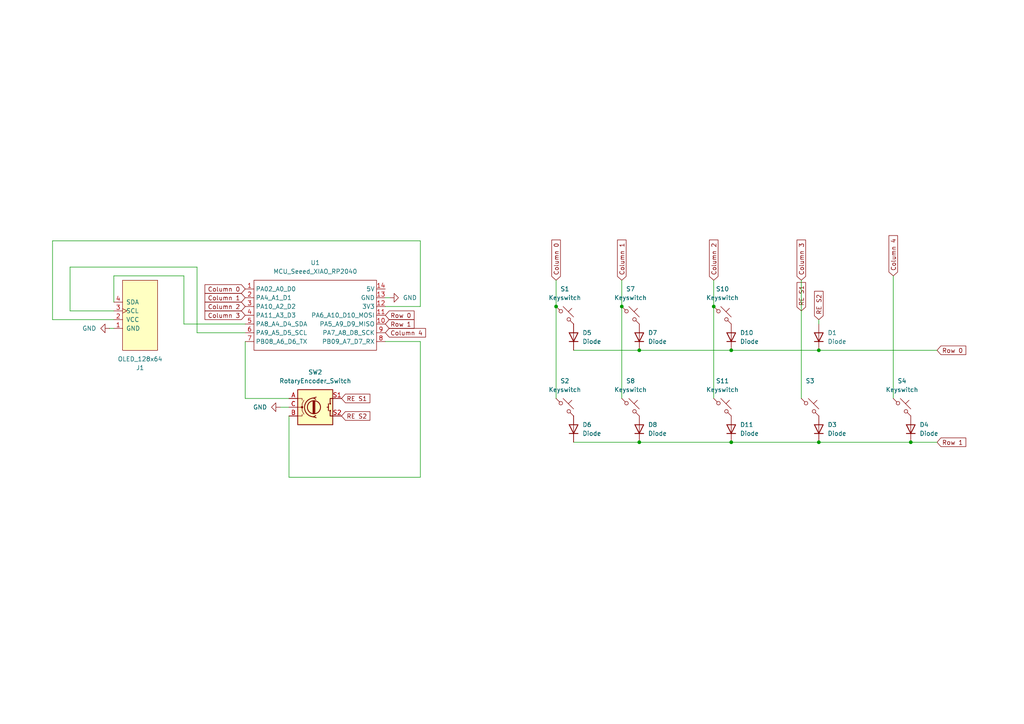
<source format=kicad_sch>
(kicad_sch
	(version 20231120)
	(generator "eeschema")
	(generator_version "8.0")
	(uuid "eace47a1-7039-4a98-868b-60d85a085085")
	(paper "A4")
	(lib_symbols
		(symbol "Device:RotaryEncoder_Switch"
			(pin_names
				(offset 0.254) hide)
			(exclude_from_sim no)
			(in_bom yes)
			(on_board yes)
			(property "Reference" "SW"
				(at 0 6.604 0)
				(effects
					(font
						(size 1.27 1.27)
					)
				)
			)
			(property "Value" "RotaryEncoder_Switch"
				(at 0 -6.604 0)
				(effects
					(font
						(size 1.27 1.27)
					)
				)
			)
			(property "Footprint" ""
				(at -3.81 4.064 0)
				(effects
					(font
						(size 1.27 1.27)
					)
					(hide yes)
				)
			)
			(property "Datasheet" "~"
				(at 0 6.604 0)
				(effects
					(font
						(size 1.27 1.27)
					)
					(hide yes)
				)
			)
			(property "Description" "Rotary encoder, dual channel, incremental quadrate outputs, with switch"
				(at 0 0 0)
				(effects
					(font
						(size 1.27 1.27)
					)
					(hide yes)
				)
			)
			(property "ki_keywords" "rotary switch encoder switch push button"
				(at 0 0 0)
				(effects
					(font
						(size 1.27 1.27)
					)
					(hide yes)
				)
			)
			(property "ki_fp_filters" "RotaryEncoder*Switch*"
				(at 0 0 0)
				(effects
					(font
						(size 1.27 1.27)
					)
					(hide yes)
				)
			)
			(symbol "RotaryEncoder_Switch_0_1"
				(rectangle
					(start -5.08 5.08)
					(end 5.08 -5.08)
					(stroke
						(width 0.254)
						(type default)
					)
					(fill
						(type background)
					)
				)
				(circle
					(center -3.81 0)
					(radius 0.254)
					(stroke
						(width 0)
						(type default)
					)
					(fill
						(type outline)
					)
				)
				(circle
					(center -0.381 0)
					(radius 1.905)
					(stroke
						(width 0.254)
						(type default)
					)
					(fill
						(type none)
					)
				)
				(arc
					(start -0.381 2.667)
					(mid -3.0988 -0.0635)
					(end -0.381 -2.794)
					(stroke
						(width 0.254)
						(type default)
					)
					(fill
						(type none)
					)
				)
				(polyline
					(pts
						(xy -0.635 -1.778) (xy -0.635 1.778)
					)
					(stroke
						(width 0.254)
						(type default)
					)
					(fill
						(type none)
					)
				)
				(polyline
					(pts
						(xy -0.381 -1.778) (xy -0.381 1.778)
					)
					(stroke
						(width 0.254)
						(type default)
					)
					(fill
						(type none)
					)
				)
				(polyline
					(pts
						(xy -0.127 1.778) (xy -0.127 -1.778)
					)
					(stroke
						(width 0.254)
						(type default)
					)
					(fill
						(type none)
					)
				)
				(polyline
					(pts
						(xy 3.81 0) (xy 3.429 0)
					)
					(stroke
						(width 0.254)
						(type default)
					)
					(fill
						(type none)
					)
				)
				(polyline
					(pts
						(xy 3.81 1.016) (xy 3.81 -1.016)
					)
					(stroke
						(width 0.254)
						(type default)
					)
					(fill
						(type none)
					)
				)
				(polyline
					(pts
						(xy -5.08 -2.54) (xy -3.81 -2.54) (xy -3.81 -2.032)
					)
					(stroke
						(width 0)
						(type default)
					)
					(fill
						(type none)
					)
				)
				(polyline
					(pts
						(xy -5.08 2.54) (xy -3.81 2.54) (xy -3.81 2.032)
					)
					(stroke
						(width 0)
						(type default)
					)
					(fill
						(type none)
					)
				)
				(polyline
					(pts
						(xy 0.254 -3.048) (xy -0.508 -2.794) (xy 0.127 -2.413)
					)
					(stroke
						(width 0.254)
						(type default)
					)
					(fill
						(type none)
					)
				)
				(polyline
					(pts
						(xy 0.254 2.921) (xy -0.508 2.667) (xy 0.127 2.286)
					)
					(stroke
						(width 0.254)
						(type default)
					)
					(fill
						(type none)
					)
				)
				(polyline
					(pts
						(xy 5.08 -2.54) (xy 4.318 -2.54) (xy 4.318 -1.016)
					)
					(stroke
						(width 0.254)
						(type default)
					)
					(fill
						(type none)
					)
				)
				(polyline
					(pts
						(xy 5.08 2.54) (xy 4.318 2.54) (xy 4.318 1.016)
					)
					(stroke
						(width 0.254)
						(type default)
					)
					(fill
						(type none)
					)
				)
				(polyline
					(pts
						(xy -5.08 0) (xy -3.81 0) (xy -3.81 -1.016) (xy -3.302 -2.032)
					)
					(stroke
						(width 0)
						(type default)
					)
					(fill
						(type none)
					)
				)
				(polyline
					(pts
						(xy -4.318 0) (xy -3.81 0) (xy -3.81 1.016) (xy -3.302 2.032)
					)
					(stroke
						(width 0)
						(type default)
					)
					(fill
						(type none)
					)
				)
				(circle
					(center 4.318 -1.016)
					(radius 0.127)
					(stroke
						(width 0.254)
						(type default)
					)
					(fill
						(type none)
					)
				)
				(circle
					(center 4.318 1.016)
					(radius 0.127)
					(stroke
						(width 0.254)
						(type default)
					)
					(fill
						(type none)
					)
				)
			)
			(symbol "RotaryEncoder_Switch_1_1"
				(pin passive line
					(at -7.62 2.54 0)
					(length 2.54)
					(name "A"
						(effects
							(font
								(size 1.27 1.27)
							)
						)
					)
					(number "A"
						(effects
							(font
								(size 1.27 1.27)
							)
						)
					)
				)
				(pin passive line
					(at -7.62 -2.54 0)
					(length 2.54)
					(name "B"
						(effects
							(font
								(size 1.27 1.27)
							)
						)
					)
					(number "B"
						(effects
							(font
								(size 1.27 1.27)
							)
						)
					)
				)
				(pin passive line
					(at -7.62 0 0)
					(length 2.54)
					(name "C"
						(effects
							(font
								(size 1.27 1.27)
							)
						)
					)
					(number "C"
						(effects
							(font
								(size 1.27 1.27)
							)
						)
					)
				)
				(pin passive line
					(at 7.62 2.54 180)
					(length 2.54)
					(name "S1"
						(effects
							(font
								(size 1.27 1.27)
							)
						)
					)
					(number "S1"
						(effects
							(font
								(size 1.27 1.27)
							)
						)
					)
				)
				(pin passive line
					(at 7.62 -2.54 180)
					(length 2.54)
					(name "S2"
						(effects
							(font
								(size 1.27 1.27)
							)
						)
					)
					(number "S2"
						(effects
							(font
								(size 1.27 1.27)
							)
						)
					)
				)
			)
		)
		(symbol "ScottoKeebs:MCU_Seeed_XIAO_RP2040"
			(exclude_from_sim no)
			(in_bom yes)
			(on_board yes)
			(property "Reference" "U"
				(at -16.51 11.43 0)
				(effects
					(font
						(size 1.27 1.27)
					)
				)
			)
			(property "Value" "MCU_Seeed_XIAO_RP2040"
				(at -3.81 -11.43 0)
				(effects
					(font
						(size 1.27 1.27)
					)
				)
			)
			(property "Footprint" ""
				(at -16.51 2.54 0)
				(effects
					(font
						(size 1.27 1.27)
					)
					(hide yes)
				)
			)
			(property "Datasheet" ""
				(at -16.51 2.54 0)
				(effects
					(font
						(size 1.27 1.27)
					)
					(hide yes)
				)
			)
			(property "Description" ""
				(at 0 0 0)
				(effects
					(font
						(size 1.27 1.27)
					)
					(hide yes)
				)
			)
			(symbol "MCU_Seeed_XIAO_RP2040_0_1"
				(rectangle
					(start -16.51 10.16)
					(end 19.05 -10.16)
					(stroke
						(width 0)
						(type default)
					)
					(fill
						(type none)
					)
				)
			)
			(symbol "MCU_Seeed_XIAO_RP2040_1_1"
				(pin passive line
					(at -19.05 7.62 0)
					(length 2.54)
					(name "PA02_A0_D0"
						(effects
							(font
								(size 1.27 1.27)
							)
						)
					)
					(number "1"
						(effects
							(font
								(size 1.27 1.27)
							)
						)
					)
				)
				(pin passive line
					(at 21.59 -2.54 180)
					(length 2.54)
					(name "PA5_A9_D9_MISO"
						(effects
							(font
								(size 1.27 1.27)
							)
						)
					)
					(number "10"
						(effects
							(font
								(size 1.27 1.27)
							)
						)
					)
				)
				(pin passive line
					(at 21.59 0 180)
					(length 2.54)
					(name "PA6_A10_D10_MOSI"
						(effects
							(font
								(size 1.27 1.27)
							)
						)
					)
					(number "11"
						(effects
							(font
								(size 1.27 1.27)
							)
						)
					)
				)
				(pin passive line
					(at 21.59 2.54 180)
					(length 2.54)
					(name "3V3"
						(effects
							(font
								(size 1.27 1.27)
							)
						)
					)
					(number "12"
						(effects
							(font
								(size 1.27 1.27)
							)
						)
					)
				)
				(pin passive line
					(at 21.59 5.08 180)
					(length 2.54)
					(name "GND"
						(effects
							(font
								(size 1.27 1.27)
							)
						)
					)
					(number "13"
						(effects
							(font
								(size 1.27 1.27)
							)
						)
					)
				)
				(pin passive line
					(at 21.59 7.62 180)
					(length 2.54)
					(name "5V"
						(effects
							(font
								(size 1.27 1.27)
							)
						)
					)
					(number "14"
						(effects
							(font
								(size 1.27 1.27)
							)
						)
					)
				)
				(pin passive line
					(at -19.05 5.08 0)
					(length 2.54)
					(name "PA4_A1_D1"
						(effects
							(font
								(size 1.27 1.27)
							)
						)
					)
					(number "2"
						(effects
							(font
								(size 1.27 1.27)
							)
						)
					)
				)
				(pin passive line
					(at -19.05 2.54 0)
					(length 2.54)
					(name "PA10_A2_D2"
						(effects
							(font
								(size 1.27 1.27)
							)
						)
					)
					(number "3"
						(effects
							(font
								(size 1.27 1.27)
							)
						)
					)
				)
				(pin passive line
					(at -19.05 0 0)
					(length 2.54)
					(name "PA11_A3_D3"
						(effects
							(font
								(size 1.27 1.27)
							)
						)
					)
					(number "4"
						(effects
							(font
								(size 1.27 1.27)
							)
						)
					)
				)
				(pin passive line
					(at -19.05 -2.54 0)
					(length 2.54)
					(name "PA8_A4_D4_SDA"
						(effects
							(font
								(size 1.27 1.27)
							)
						)
					)
					(number "5"
						(effects
							(font
								(size 1.27 1.27)
							)
						)
					)
				)
				(pin passive line
					(at -19.05 -5.08 0)
					(length 2.54)
					(name "PA9_A5_D5_SCL"
						(effects
							(font
								(size 1.27 1.27)
							)
						)
					)
					(number "6"
						(effects
							(font
								(size 1.27 1.27)
							)
						)
					)
				)
				(pin passive line
					(at -19.05 -7.62 0)
					(length 2.54)
					(name "PB08_A6_D6_TX"
						(effects
							(font
								(size 1.27 1.27)
							)
						)
					)
					(number "7"
						(effects
							(font
								(size 1.27 1.27)
							)
						)
					)
				)
				(pin passive line
					(at 21.59 -7.62 180)
					(length 2.54)
					(name "PB09_A7_D7_RX"
						(effects
							(font
								(size 1.27 1.27)
							)
						)
					)
					(number "8"
						(effects
							(font
								(size 1.27 1.27)
							)
						)
					)
				)
				(pin passive line
					(at 21.59 -5.08 180)
					(length 2.54)
					(name "PA7_A8_D8_SCK"
						(effects
							(font
								(size 1.27 1.27)
							)
						)
					)
					(number "9"
						(effects
							(font
								(size 1.27 1.27)
							)
						)
					)
				)
			)
		)
		(symbol "ScottoKeebs:OLED_128x64"
			(pin_names
				(offset 1.016)
			)
			(exclude_from_sim no)
			(in_bom yes)
			(on_board yes)
			(property "Reference" "J"
				(at 0 -11.43 0)
				(effects
					(font
						(size 1.27 1.27)
					)
				)
			)
			(property "Value" "OLED_128x64"
				(at 0 -7.62 0)
				(effects
					(font
						(size 1.27 1.27)
					)
				)
			)
			(property "Footprint" "ScottoKeebs_Components:OLED_128x64"
				(at 0 -13.97 0)
				(effects
					(font
						(size 1.27 1.27)
					)
					(hide yes)
				)
			)
			(property "Datasheet" ""
				(at 1.27 0 90)
				(effects
					(font
						(size 1.27 1.27)
					)
					(hide yes)
				)
			)
			(property "Description" ""
				(at 0 0 0)
				(effects
					(font
						(size 1.27 1.27)
					)
					(hide yes)
				)
			)
			(symbol "OLED_128x64_0_1"
				(rectangle
					(start 10.16 -10.16)
					(end -10.16 0)
					(stroke
						(width 0)
						(type default)
					)
					(fill
						(type background)
					)
				)
			)
			(symbol "OLED_128x64_1_1"
				(pin power_in line
					(at -3.81 2.54 270)
					(length 2.54)
					(name "GND"
						(effects
							(font
								(size 1.27 1.27)
							)
						)
					)
					(number "1"
						(effects
							(font
								(size 1.27 1.27)
							)
						)
					)
				)
				(pin power_in line
					(at -1.27 2.54 270)
					(length 2.54)
					(name "VCC"
						(effects
							(font
								(size 1.27 1.27)
							)
						)
					)
					(number "2"
						(effects
							(font
								(size 1.27 1.27)
							)
						)
					)
				)
				(pin input clock
					(at 1.27 2.54 270)
					(length 2.54)
					(name "SCL"
						(effects
							(font
								(size 1.27 1.27)
							)
						)
					)
					(number "3"
						(effects
							(font
								(size 1.27 1.27)
							)
						)
					)
				)
				(pin bidirectional line
					(at 3.81 2.54 270)
					(length 2.54)
					(name "SDA"
						(effects
							(font
								(size 1.27 1.27)
							)
						)
					)
					(number "4"
						(effects
							(font
								(size 1.27 1.27)
							)
						)
					)
				)
			)
		)
		(symbol "ScottoKeebs:Placeholder_Diode"
			(pin_numbers hide)
			(pin_names hide)
			(exclude_from_sim no)
			(in_bom yes)
			(on_board yes)
			(property "Reference" "D"
				(at 0 2.54 0)
				(effects
					(font
						(size 1.27 1.27)
					)
				)
			)
			(property "Value" "Diode"
				(at 0 -2.54 0)
				(effects
					(font
						(size 1.27 1.27)
					)
				)
			)
			(property "Footprint" ""
				(at 0 0 0)
				(effects
					(font
						(size 1.27 1.27)
					)
					(hide yes)
				)
			)
			(property "Datasheet" ""
				(at 0 0 0)
				(effects
					(font
						(size 1.27 1.27)
					)
					(hide yes)
				)
			)
			(property "Description" "1N4148 (DO-35) or 1N4148W (SOD-123)"
				(at 0 0 0)
				(effects
					(font
						(size 1.27 1.27)
					)
					(hide yes)
				)
			)
			(property "Sim.Device" "D"
				(at 0 0 0)
				(effects
					(font
						(size 1.27 1.27)
					)
					(hide yes)
				)
			)
			(property "Sim.Pins" "1=K 2=A"
				(at 0 0 0)
				(effects
					(font
						(size 1.27 1.27)
					)
					(hide yes)
				)
			)
			(property "ki_keywords" "diode"
				(at 0 0 0)
				(effects
					(font
						(size 1.27 1.27)
					)
					(hide yes)
				)
			)
			(property "ki_fp_filters" "D*DO?35*"
				(at 0 0 0)
				(effects
					(font
						(size 1.27 1.27)
					)
					(hide yes)
				)
			)
			(symbol "Placeholder_Diode_0_1"
				(polyline
					(pts
						(xy -1.27 1.27) (xy -1.27 -1.27)
					)
					(stroke
						(width 0.254)
						(type default)
					)
					(fill
						(type none)
					)
				)
				(polyline
					(pts
						(xy 1.27 0) (xy -1.27 0)
					)
					(stroke
						(width 0)
						(type default)
					)
					(fill
						(type none)
					)
				)
				(polyline
					(pts
						(xy 1.27 1.27) (xy 1.27 -1.27) (xy -1.27 0) (xy 1.27 1.27)
					)
					(stroke
						(width 0.254)
						(type default)
					)
					(fill
						(type none)
					)
				)
			)
			(symbol "Placeholder_Diode_1_1"
				(pin passive line
					(at -3.81 0 0)
					(length 2.54)
					(name "K"
						(effects
							(font
								(size 1.27 1.27)
							)
						)
					)
					(number "1"
						(effects
							(font
								(size 1.27 1.27)
							)
						)
					)
				)
				(pin passive line
					(at 3.81 0 180)
					(length 2.54)
					(name "A"
						(effects
							(font
								(size 1.27 1.27)
							)
						)
					)
					(number "2"
						(effects
							(font
								(size 1.27 1.27)
							)
						)
					)
				)
			)
		)
		(symbol "ScottoKeebs:Placeholder_Keyswitch"
			(pin_numbers hide)
			(pin_names
				(offset 1.016) hide)
			(exclude_from_sim no)
			(in_bom yes)
			(on_board yes)
			(property "Reference" "S"
				(at 3.048 1.016 0)
				(effects
					(font
						(size 1.27 1.27)
					)
					(justify left)
				)
			)
			(property "Value" "Keyswitch"
				(at 0 -3.81 0)
				(effects
					(font
						(size 1.27 1.27)
					)
				)
			)
			(property "Footprint" ""
				(at 0 0 0)
				(effects
					(font
						(size 1.27 1.27)
					)
					(hide yes)
				)
			)
			(property "Datasheet" "~"
				(at 0 0 0)
				(effects
					(font
						(size 1.27 1.27)
					)
					(hide yes)
				)
			)
			(property "Description" "Push button switch, normally open, two pins, 45° tilted"
				(at 0 0 0)
				(effects
					(font
						(size 1.27 1.27)
					)
					(hide yes)
				)
			)
			(property "ki_keywords" "switch normally-open pushbutton push-button"
				(at 0 0 0)
				(effects
					(font
						(size 1.27 1.27)
					)
					(hide yes)
				)
			)
			(symbol "Placeholder_Keyswitch_0_1"
				(circle
					(center -1.1684 1.1684)
					(radius 0.508)
					(stroke
						(width 0)
						(type default)
					)
					(fill
						(type none)
					)
				)
				(polyline
					(pts
						(xy -0.508 2.54) (xy 2.54 -0.508)
					)
					(stroke
						(width 0)
						(type default)
					)
					(fill
						(type none)
					)
				)
				(polyline
					(pts
						(xy 1.016 1.016) (xy 2.032 2.032)
					)
					(stroke
						(width 0)
						(type default)
					)
					(fill
						(type none)
					)
				)
				(polyline
					(pts
						(xy -2.54 2.54) (xy -1.524 1.524) (xy -1.524 1.524)
					)
					(stroke
						(width 0)
						(type default)
					)
					(fill
						(type none)
					)
				)
				(polyline
					(pts
						(xy 1.524 -1.524) (xy 2.54 -2.54) (xy 2.54 -2.54) (xy 2.54 -2.54)
					)
					(stroke
						(width 0)
						(type default)
					)
					(fill
						(type none)
					)
				)
				(circle
					(center 1.143 -1.1938)
					(radius 0.508)
					(stroke
						(width 0)
						(type default)
					)
					(fill
						(type none)
					)
				)
				(pin passive line
					(at -2.54 2.54 0)
					(length 0)
					(name "1"
						(effects
							(font
								(size 1.27 1.27)
							)
						)
					)
					(number "1"
						(effects
							(font
								(size 1.27 1.27)
							)
						)
					)
				)
				(pin passive line
					(at 2.54 -2.54 180)
					(length 0)
					(name "2"
						(effects
							(font
								(size 1.27 1.27)
							)
						)
					)
					(number "2"
						(effects
							(font
								(size 1.27 1.27)
							)
						)
					)
				)
			)
		)
		(symbol "power:GND"
			(power)
			(pin_numbers hide)
			(pin_names
				(offset 0) hide)
			(exclude_from_sim no)
			(in_bom yes)
			(on_board yes)
			(property "Reference" "#PWR"
				(at 0 -6.35 0)
				(effects
					(font
						(size 1.27 1.27)
					)
					(hide yes)
				)
			)
			(property "Value" "GND"
				(at 0 -3.81 0)
				(effects
					(font
						(size 1.27 1.27)
					)
				)
			)
			(property "Footprint" ""
				(at 0 0 0)
				(effects
					(font
						(size 1.27 1.27)
					)
					(hide yes)
				)
			)
			(property "Datasheet" ""
				(at 0 0 0)
				(effects
					(font
						(size 1.27 1.27)
					)
					(hide yes)
				)
			)
			(property "Description" "Power symbol creates a global label with name \"GND\" , ground"
				(at 0 0 0)
				(effects
					(font
						(size 1.27 1.27)
					)
					(hide yes)
				)
			)
			(property "ki_keywords" "global power"
				(at 0 0 0)
				(effects
					(font
						(size 1.27 1.27)
					)
					(hide yes)
				)
			)
			(symbol "GND_0_1"
				(polyline
					(pts
						(xy 0 0) (xy 0 -1.27) (xy 1.27 -1.27) (xy 0 -2.54) (xy -1.27 -1.27) (xy 0 -1.27)
					)
					(stroke
						(width 0)
						(type default)
					)
					(fill
						(type none)
					)
				)
			)
			(symbol "GND_1_1"
				(pin power_in line
					(at 0 0 270)
					(length 0)
					(name "~"
						(effects
							(font
								(size 1.27 1.27)
							)
						)
					)
					(number "1"
						(effects
							(font
								(size 1.27 1.27)
							)
						)
					)
				)
			)
		)
	)
	(junction
		(at 237.49 101.6)
		(diameter 0)
		(color 0 0 0 0)
		(uuid "10c44bea-51fb-4f9f-bc49-66928271bc7d")
	)
	(junction
		(at 185.42 101.6)
		(diameter 0)
		(color 0 0 0 0)
		(uuid "161b4c3e-d5b3-404d-980c-c474981b488d")
	)
	(junction
		(at 180.34 88.9)
		(diameter 0)
		(color 0 0 0 0)
		(uuid "32df9098-1850-4560-8779-173ee0e6e1f4")
	)
	(junction
		(at 161.29 88.9)
		(diameter 0)
		(color 0 0 0 0)
		(uuid "6ee0eb09-bedb-432a-93af-01429bcd9970")
	)
	(junction
		(at 212.09 128.27)
		(diameter 0)
		(color 0 0 0 0)
		(uuid "733dc1a9-8cf1-4fa5-912a-36319eca127e")
	)
	(junction
		(at 264.16 128.27)
		(diameter 0)
		(color 0 0 0 0)
		(uuid "adaa00ae-05c7-4aef-82ef-a08fb12b6ee5")
	)
	(junction
		(at 237.49 128.27)
		(diameter 0)
		(color 0 0 0 0)
		(uuid "bd531f13-b09f-4321-92f6-14389eec7886")
	)
	(junction
		(at 207.01 88.9)
		(diameter 0)
		(color 0 0 0 0)
		(uuid "c207725c-ff1c-4b91-948c-aade616e6d95")
	)
	(junction
		(at 212.09 101.6)
		(diameter 0)
		(color 0 0 0 0)
		(uuid "c5e4aced-df9b-4b21-a422-1842d08875c4")
	)
	(junction
		(at 185.42 128.27)
		(diameter 0)
		(color 0 0 0 0)
		(uuid "cb624827-c536-4d33-8d12-0db9c5bdc529")
	)
	(wire
		(pts
			(xy 161.29 88.9) (xy 161.29 115.57)
		)
		(stroke
			(width 0)
			(type default)
		)
		(uuid "0285b6e0-6aeb-48ed-b6d5-bd62a27f43f1")
	)
	(wire
		(pts
			(xy 237.49 92.71) (xy 237.49 93.98)
		)
		(stroke
			(width 0)
			(type default)
		)
		(uuid "08f74236-c203-4e09-a379-412c4d0dcb3b")
	)
	(wire
		(pts
			(xy 83.82 115.57) (xy 71.12 115.57)
		)
		(stroke
			(width 0)
			(type default)
		)
		(uuid "0cd142e0-ae68-445c-bd5d-d1a2b6b08f34")
	)
	(wire
		(pts
			(xy 237.49 128.27) (xy 264.16 128.27)
		)
		(stroke
			(width 0)
			(type default)
		)
		(uuid "0f6026d9-c6fc-4861-87eb-f5be37bf0f07")
	)
	(wire
		(pts
			(xy 31.75 95.25) (xy 33.02 95.25)
		)
		(stroke
			(width 0)
			(type default)
		)
		(uuid "16fdef3f-a197-43d8-96e3-d453a3fffd91")
	)
	(wire
		(pts
			(xy 121.92 138.43) (xy 121.92 99.06)
		)
		(stroke
			(width 0)
			(type default)
		)
		(uuid "18e2b4a5-fb8c-4012-a406-9d69ec59d014")
	)
	(wire
		(pts
			(xy 83.82 138.43) (xy 121.92 138.43)
		)
		(stroke
			(width 0)
			(type default)
		)
		(uuid "25ce2e01-44e9-4c77-b286-206f106a54be")
	)
	(wire
		(pts
			(xy 166.37 128.27) (xy 185.42 128.27)
		)
		(stroke
			(width 0)
			(type default)
		)
		(uuid "280adf64-400c-49f9-9669-1f281203bf10")
	)
	(wire
		(pts
			(xy 15.24 92.71) (xy 15.24 69.85)
		)
		(stroke
			(width 0)
			(type default)
		)
		(uuid "2d918bfd-c42b-480c-a4b8-7b0de4a2ea56")
	)
	(wire
		(pts
			(xy 259.08 80.01) (xy 259.08 115.57)
		)
		(stroke
			(width 0)
			(type default)
		)
		(uuid "377d7ea8-f8f5-4099-9647-2a890766348a")
	)
	(wire
		(pts
			(xy 83.82 120.65) (xy 83.82 138.43)
		)
		(stroke
			(width 0)
			(type default)
		)
		(uuid "3e2dc006-9faa-40a8-8ec0-128b495a1b55")
	)
	(wire
		(pts
			(xy 15.24 69.85) (xy 121.92 69.85)
		)
		(stroke
			(width 0)
			(type default)
		)
		(uuid "45ef7e61-87bb-4bb4-9247-c93557610edf")
	)
	(wire
		(pts
			(xy 207.01 88.9) (xy 207.01 115.57)
		)
		(stroke
			(width 0)
			(type default)
		)
		(uuid "46cf0164-391d-4f5f-aaf6-4f5daf070571")
	)
	(wire
		(pts
			(xy 15.24 92.71) (xy 33.02 92.71)
		)
		(stroke
			(width 0)
			(type default)
		)
		(uuid "4d086f69-970a-4679-9048-fba2ce2a25aa")
	)
	(wire
		(pts
			(xy 121.92 88.9) (xy 111.76 88.9)
		)
		(stroke
			(width 0)
			(type default)
		)
		(uuid "4daf0a00-9a52-4f3f-87c1-7f3fd581bef1")
	)
	(wire
		(pts
			(xy 212.09 101.6) (xy 237.49 101.6)
		)
		(stroke
			(width 0)
			(type default)
		)
		(uuid "5a2dd57f-ca14-4015-8d61-906d08197184")
	)
	(wire
		(pts
			(xy 121.92 69.85) (xy 121.92 88.9)
		)
		(stroke
			(width 0)
			(type default)
		)
		(uuid "6b357acb-e19e-4e1b-bb14-786a45f88478")
	)
	(wire
		(pts
			(xy 57.15 96.52) (xy 71.12 96.52)
		)
		(stroke
			(width 0)
			(type default)
		)
		(uuid "7954ff7e-9893-4626-8690-be1a2dadc3a6")
	)
	(wire
		(pts
			(xy 185.42 101.6) (xy 212.09 101.6)
		)
		(stroke
			(width 0)
			(type default)
		)
		(uuid "7c79bb20-b010-494c-9f98-d4855738c017")
	)
	(wire
		(pts
			(xy 33.02 80.01) (xy 53.34 80.01)
		)
		(stroke
			(width 0)
			(type default)
		)
		(uuid "86f23e54-b199-4b5c-94c0-ca1c048c0be3")
	)
	(wire
		(pts
			(xy 57.15 77.47) (xy 57.15 96.52)
		)
		(stroke
			(width 0)
			(type default)
		)
		(uuid "89cff6d7-e70a-46a9-8c8b-b55499787d89")
	)
	(wire
		(pts
			(xy 20.32 77.47) (xy 57.15 77.47)
		)
		(stroke
			(width 0)
			(type default)
		)
		(uuid "8a924376-0dd8-4363-8bc1-b39b8842c474")
	)
	(wire
		(pts
			(xy 161.29 81.28) (xy 161.29 88.9)
		)
		(stroke
			(width 0)
			(type default)
		)
		(uuid "8bd6ed77-3777-4958-83e4-60033eeb0a1c")
	)
	(wire
		(pts
			(xy 81.28 118.11) (xy 83.82 118.11)
		)
		(stroke
			(width 0)
			(type default)
		)
		(uuid "9da244ad-fe2a-4f5c-a023-3036d2b8234f")
	)
	(wire
		(pts
			(xy 232.41 81.28) (xy 232.41 115.57)
		)
		(stroke
			(width 0)
			(type default)
		)
		(uuid "a3a427a7-faa1-47d3-9f79-f0a14943a29a")
	)
	(wire
		(pts
			(xy 237.49 101.6) (xy 271.78 101.6)
		)
		(stroke
			(width 0)
			(type default)
		)
		(uuid "a43b14bf-7228-4e52-b183-ea9521500e6d")
	)
	(wire
		(pts
			(xy 111.76 86.36) (xy 113.03 86.36)
		)
		(stroke
			(width 0)
			(type default)
		)
		(uuid "a7353646-221a-4541-b5e7-28fe659b6c29")
	)
	(wire
		(pts
			(xy 121.92 99.06) (xy 111.76 99.06)
		)
		(stroke
			(width 0)
			(type default)
		)
		(uuid "ba1168cb-1bb5-474c-9bcf-ccb84d632b9b")
	)
	(wire
		(pts
			(xy 180.34 88.9) (xy 180.34 115.57)
		)
		(stroke
			(width 0)
			(type default)
		)
		(uuid "c3681fe3-99e9-42e2-a108-57390d263bda")
	)
	(wire
		(pts
			(xy 180.34 81.28) (xy 180.34 88.9)
		)
		(stroke
			(width 0)
			(type default)
		)
		(uuid "cfd26449-4b34-4478-959c-b121089f8cfd")
	)
	(wire
		(pts
			(xy 271.78 128.27) (xy 264.16 128.27)
		)
		(stroke
			(width 0)
			(type default)
		)
		(uuid "d357ca9d-81f8-419b-b15a-9e23611c3150")
	)
	(wire
		(pts
			(xy 166.37 101.6) (xy 185.42 101.6)
		)
		(stroke
			(width 0)
			(type default)
		)
		(uuid "d8d27888-b1a1-4cf4-aae9-93cfbb14fa16")
	)
	(wire
		(pts
			(xy 20.32 90.17) (xy 20.32 77.47)
		)
		(stroke
			(width 0)
			(type default)
		)
		(uuid "de2f7991-0685-4c09-ac96-49bb5a5603be")
	)
	(wire
		(pts
			(xy 185.42 128.27) (xy 212.09 128.27)
		)
		(stroke
			(width 0)
			(type default)
		)
		(uuid "e7133345-e273-46f9-bb8c-48dd0715bdd6")
	)
	(wire
		(pts
			(xy 53.34 93.98) (xy 71.12 93.98)
		)
		(stroke
			(width 0)
			(type default)
		)
		(uuid "e9d3cafd-b485-41d8-b93b-7d130200f884")
	)
	(wire
		(pts
			(xy 33.02 90.17) (xy 20.32 90.17)
		)
		(stroke
			(width 0)
			(type default)
		)
		(uuid "edc35ee7-370d-4fb9-afee-e738c23f17d0")
	)
	(wire
		(pts
			(xy 212.09 128.27) (xy 237.49 128.27)
		)
		(stroke
			(width 0)
			(type default)
		)
		(uuid "ee266481-7414-4375-9341-518d56797d43")
	)
	(wire
		(pts
			(xy 207.01 81.28) (xy 207.01 88.9)
		)
		(stroke
			(width 0)
			(type default)
		)
		(uuid "f3faed1d-84c1-4e78-aafe-82d76b999f52")
	)
	(wire
		(pts
			(xy 33.02 87.63) (xy 33.02 80.01)
		)
		(stroke
			(width 0)
			(type default)
		)
		(uuid "fa67d80f-d812-42f9-a8a9-5639fcd440ed")
	)
	(wire
		(pts
			(xy 71.12 99.06) (xy 71.12 115.57)
		)
		(stroke
			(width 0)
			(type default)
		)
		(uuid "fe16456c-01cf-4d80-b19e-24cb7e6f111d")
	)
	(wire
		(pts
			(xy 53.34 80.01) (xy 53.34 93.98)
		)
		(stroke
			(width 0)
			(type default)
		)
		(uuid "fef5143c-887c-4048-b794-8ef5dfbe6404")
	)
	(global_label "Row 0"
		(shape input)
		(at 111.76 91.44 0)
		(fields_autoplaced yes)
		(effects
			(font
				(size 1.27 1.27)
			)
			(justify left)
		)
		(uuid "3fb4988c-7bf7-4b75-9345-22c3cc7dc1a4")
		(property "Intersheetrefs" "${INTERSHEET_REFS}"
			(at 120.6718 91.44 0)
			(effects
				(font
					(size 1.27 1.27)
				)
				(justify left)
				(hide yes)
			)
		)
	)
	(global_label "Column 0"
		(shape input)
		(at 71.12 83.82 180)
		(fields_autoplaced yes)
		(effects
			(font
				(size 1.27 1.27)
			)
			(justify right)
		)
		(uuid "46fab848-86b1-4db9-8df0-71aa506e54d4")
		(property "Intersheetrefs" "${INTERSHEET_REFS}"
			(at 58.8822 83.82 0)
			(effects
				(font
					(size 1.27 1.27)
				)
				(justify right)
				(hide yes)
			)
		)
	)
	(global_label "RE S1"
		(shape input)
		(at 99.06 115.57 0)
		(fields_autoplaced yes)
		(effects
			(font
				(size 1.27 1.27)
			)
			(justify left)
		)
		(uuid "495f0c86-9b53-4c93-86c3-966e1e6ee1cd")
		(property "Intersheetrefs" "${INTERSHEET_REFS}"
			(at 107.8508 115.57 0)
			(effects
				(font
					(size 1.27 1.27)
				)
				(justify left)
				(hide yes)
			)
		)
	)
	(global_label "Column 3"
		(shape input)
		(at 71.12 91.44 180)
		(fields_autoplaced yes)
		(effects
			(font
				(size 1.27 1.27)
			)
			(justify right)
		)
		(uuid "4c031372-f910-4545-9439-fa65916dc0b6")
		(property "Intersheetrefs" "${INTERSHEET_REFS}"
			(at 58.8822 91.44 0)
			(effects
				(font
					(size 1.27 1.27)
				)
				(justify right)
				(hide yes)
			)
		)
	)
	(global_label "Column 3"
		(shape input)
		(at 232.41 81.28 90)
		(fields_autoplaced yes)
		(effects
			(font
				(size 1.27 1.27)
			)
			(justify left)
		)
		(uuid "590e6bea-da17-47bd-a1c0-ea027990ce6d")
		(property "Intersheetrefs" "${INTERSHEET_REFS}"
			(at 232.41 69.0422 90)
			(effects
				(font
					(size 1.27 1.27)
				)
				(justify left)
				(hide yes)
			)
		)
	)
	(global_label "Column 0"
		(shape input)
		(at 161.29 81.28 90)
		(fields_autoplaced yes)
		(effects
			(font
				(size 1.27 1.27)
			)
			(justify left)
		)
		(uuid "593466a7-a14f-4cf9-9e13-d83dfc43b1db")
		(property "Intersheetrefs" "${INTERSHEET_REFS}"
			(at 161.29 69.0422 90)
			(effects
				(font
					(size 1.27 1.27)
				)
				(justify left)
				(hide yes)
			)
		)
	)
	(global_label "RE S2"
		(shape input)
		(at 237.49 92.71 90)
		(fields_autoplaced yes)
		(effects
			(font
				(size 1.27 1.27)
			)
			(justify left)
		)
		(uuid "5bc308e4-655f-4402-bc5b-b43d4edbb713")
		(property "Intersheetrefs" "${INTERSHEET_REFS}"
			(at 237.49 83.9192 90)
			(effects
				(font
					(size 1.27 1.27)
				)
				(justify left)
				(hide yes)
			)
		)
	)
	(global_label "RE S2"
		(shape input)
		(at 99.06 120.65 0)
		(fields_autoplaced yes)
		(effects
			(font
				(size 1.27 1.27)
			)
			(justify left)
		)
		(uuid "5dff5332-26fa-4b89-90db-004113416329")
		(property "Intersheetrefs" "${INTERSHEET_REFS}"
			(at 107.8508 120.65 0)
			(effects
				(font
					(size 1.27 1.27)
				)
				(justify left)
				(hide yes)
			)
		)
	)
	(global_label "Row 1"
		(shape input)
		(at 111.76 93.98 0)
		(fields_autoplaced yes)
		(effects
			(font
				(size 1.27 1.27)
			)
			(justify left)
		)
		(uuid "9bc424c3-55ea-4d49-8a2f-f602490a02de")
		(property "Intersheetrefs" "${INTERSHEET_REFS}"
			(at 120.6718 93.98 0)
			(effects
				(font
					(size 1.27 1.27)
				)
				(justify left)
				(hide yes)
			)
		)
	)
	(global_label "Column 4"
		(shape input)
		(at 259.08 80.01 90)
		(fields_autoplaced yes)
		(effects
			(font
				(size 1.27 1.27)
			)
			(justify left)
		)
		(uuid "a1530423-6298-4093-be4d-7d6d5e72bc1a")
		(property "Intersheetrefs" "${INTERSHEET_REFS}"
			(at 259.08 67.7722 90)
			(effects
				(font
					(size 1.27 1.27)
				)
				(justify left)
				(hide yes)
			)
		)
	)
	(global_label "Column 2"
		(shape input)
		(at 207.01 81.28 90)
		(fields_autoplaced yes)
		(effects
			(font
				(size 1.27 1.27)
			)
			(justify left)
		)
		(uuid "b13df5e4-f91c-4661-b8e3-25c04c1afeef")
		(property "Intersheetrefs" "${INTERSHEET_REFS}"
			(at 207.01 69.0422 90)
			(effects
				(font
					(size 1.27 1.27)
				)
				(justify left)
				(hide yes)
			)
		)
	)
	(global_label "Column 2"
		(shape input)
		(at 71.12 88.9 180)
		(fields_autoplaced yes)
		(effects
			(font
				(size 1.27 1.27)
			)
			(justify right)
		)
		(uuid "b82c9c9c-f3df-4073-a3af-ab2043ff5e3b")
		(property "Intersheetrefs" "${INTERSHEET_REFS}"
			(at 58.8822 88.9 0)
			(effects
				(font
					(size 1.27 1.27)
				)
				(justify right)
				(hide yes)
			)
		)
	)
	(global_label "Column 1"
		(shape input)
		(at 180.34 81.28 90)
		(fields_autoplaced yes)
		(effects
			(font
				(size 1.27 1.27)
			)
			(justify left)
		)
		(uuid "cb531905-576b-45c0-b529-607faed6d369")
		(property "Intersheetrefs" "${INTERSHEET_REFS}"
			(at 180.34 69.0422 90)
			(effects
				(font
					(size 1.27 1.27)
				)
				(justify left)
				(hide yes)
			)
		)
	)
	(global_label "RE S1"
		(shape input)
		(at 232.41 90.17 90)
		(fields_autoplaced yes)
		(effects
			(font
				(size 1.27 1.27)
			)
			(justify left)
		)
		(uuid "d1d6bf33-92ea-4c26-b036-6a9221549c20")
		(property "Intersheetrefs" "${INTERSHEET_REFS}"
			(at 232.41 81.3792 90)
			(effects
				(font
					(size 1.27 1.27)
				)
				(justify left)
				(hide yes)
			)
		)
	)
	(global_label "Row 0"
		(shape input)
		(at 271.78 101.6 0)
		(fields_autoplaced yes)
		(effects
			(font
				(size 1.27 1.27)
			)
			(justify left)
		)
		(uuid "dd3d6b4b-d2b0-49c5-b597-d510eb54c0df")
		(property "Intersheetrefs" "${INTERSHEET_REFS}"
			(at 280.6918 101.6 0)
			(effects
				(font
					(size 1.27 1.27)
				)
				(justify left)
				(hide yes)
			)
		)
	)
	(global_label "Row 1"
		(shape input)
		(at 271.78 128.27 0)
		(fields_autoplaced yes)
		(effects
			(font
				(size 1.27 1.27)
			)
			(justify left)
		)
		(uuid "f90d393d-4816-43ae-a660-3b81dcd333f0")
		(property "Intersheetrefs" "${INTERSHEET_REFS}"
			(at 280.6918 128.27 0)
			(effects
				(font
					(size 1.27 1.27)
				)
				(justify left)
				(hide yes)
			)
		)
	)
	(global_label "Column 4"
		(shape input)
		(at 111.76 96.52 0)
		(fields_autoplaced yes)
		(effects
			(font
				(size 1.27 1.27)
			)
			(justify left)
		)
		(uuid "fcfb767f-7e36-4a7a-b58a-9d0135da44c2")
		(property "Intersheetrefs" "${INTERSHEET_REFS}"
			(at 123.9978 96.52 0)
			(effects
				(font
					(size 1.27 1.27)
				)
				(justify left)
				(hide yes)
			)
		)
	)
	(global_label "Column 1"
		(shape input)
		(at 71.12 86.36 180)
		(fields_autoplaced yes)
		(effects
			(font
				(size 1.27 1.27)
			)
			(justify right)
		)
		(uuid "ffc48bba-c719-4304-b16b-4665d6fdf5c2")
		(property "Intersheetrefs" "${INTERSHEET_REFS}"
			(at 58.8822 86.36 0)
			(effects
				(font
					(size 1.27 1.27)
				)
				(justify right)
				(hide yes)
			)
		)
	)
	(symbol
		(lib_id "ScottoKeebs:Placeholder_Keyswitch")
		(at 163.83 91.44 0)
		(unit 1)
		(exclude_from_sim no)
		(in_bom yes)
		(on_board yes)
		(dnp no)
		(fields_autoplaced yes)
		(uuid "0ae5a6d8-869c-410c-b2f3-4eacb5185192")
		(property "Reference" "S1"
			(at 163.83 83.82 0)
			(effects
				(font
					(size 1.27 1.27)
				)
			)
		)
		(property "Value" "Keyswitch"
			(at 163.83 86.36 0)
			(effects
				(font
					(size 1.27 1.27)
				)
			)
		)
		(property "Footprint" "ScottoKeebs_MX:MX_PCB_1.00u"
			(at 163.83 91.44 0)
			(effects
				(font
					(size 1.27 1.27)
				)
				(hide yes)
			)
		)
		(property "Datasheet" "~"
			(at 163.83 91.44 0)
			(effects
				(font
					(size 1.27 1.27)
				)
				(hide yes)
			)
		)
		(property "Description" "Push button switch, normally open, two pins, 45° tilted"
			(at 163.83 91.44 0)
			(effects
				(font
					(size 1.27 1.27)
				)
				(hide yes)
			)
		)
		(pin "1"
			(uuid "fca83484-f442-431e-8d97-5c14d2c5c395")
		)
		(pin "2"
			(uuid "a145fbd0-ae41-4724-b208-40ccfd48abff")
		)
		(instances
			(project "1"
				(path "/eace47a1-7039-4a98-868b-60d85a085085"
					(reference "S1")
					(unit 1)
				)
			)
		)
	)
	(symbol
		(lib_id "ScottoKeebs:Placeholder_Diode")
		(at 264.16 124.46 90)
		(unit 1)
		(exclude_from_sim no)
		(in_bom yes)
		(on_board yes)
		(dnp no)
		(fields_autoplaced yes)
		(uuid "0bbacdc4-c203-44be-b253-a06f98d6659a")
		(property "Reference" "D4"
			(at 266.7 123.1899 90)
			(effects
				(font
					(size 1.27 1.27)
				)
				(justify right)
			)
		)
		(property "Value" "Diode"
			(at 266.7 125.7299 90)
			(effects
				(font
					(size 1.27 1.27)
				)
				(justify right)
			)
		)
		(property "Footprint" "ScottoKeebs_Components:Diode_DO-35"
			(at 264.16 124.46 0)
			(effects
				(font
					(size 1.27 1.27)
				)
				(hide yes)
			)
		)
		(property "Datasheet" ""
			(at 264.16 124.46 0)
			(effects
				(font
					(size 1.27 1.27)
				)
				(hide yes)
			)
		)
		(property "Description" "1N4148 (DO-35) or 1N4148W (SOD-123)"
			(at 264.16 124.46 0)
			(effects
				(font
					(size 1.27 1.27)
				)
				(hide yes)
			)
		)
		(property "Sim.Device" "D"
			(at 264.16 124.46 0)
			(effects
				(font
					(size 1.27 1.27)
				)
				(hide yes)
			)
		)
		(property "Sim.Pins" "1=K 2=A"
			(at 264.16 124.46 0)
			(effects
				(font
					(size 1.27 1.27)
				)
				(hide yes)
			)
		)
		(pin "1"
			(uuid "d03e1546-8f94-4bb3-bedd-6a5b815da47e")
		)
		(pin "2"
			(uuid "60bbe955-79ac-4006-9b7f-822eb5756ef0")
		)
		(instances
			(project ""
				(path "/eace47a1-7039-4a98-868b-60d85a085085"
					(reference "D4")
					(unit 1)
				)
			)
		)
	)
	(symbol
		(lib_id "ScottoKeebs:Placeholder_Keyswitch")
		(at 261.62 118.11 0)
		(unit 1)
		(exclude_from_sim no)
		(in_bom yes)
		(on_board yes)
		(dnp no)
		(fields_autoplaced yes)
		(uuid "15e19721-090e-4e2a-b02b-155c8d06c051")
		(property "Reference" "S4"
			(at 261.62 110.49 0)
			(effects
				(font
					(size 1.27 1.27)
				)
			)
		)
		(property "Value" "Keyswitch"
			(at 261.62 113.03 0)
			(effects
				(font
					(size 1.27 1.27)
				)
			)
		)
		(property "Footprint" "ScottoKeebs_MX:MX_PCB_1.00u"
			(at 261.62 118.11 0)
			(effects
				(font
					(size 1.27 1.27)
				)
				(hide yes)
			)
		)
		(property "Datasheet" "~"
			(at 261.62 118.11 0)
			(effects
				(font
					(size 1.27 1.27)
				)
				(hide yes)
			)
		)
		(property "Description" "Push button switch, normally open, two pins, 45° tilted"
			(at 261.62 118.11 0)
			(effects
				(font
					(size 1.27 1.27)
				)
				(hide yes)
			)
		)
		(pin "1"
			(uuid "ec99de24-8eac-4f34-ae9a-d5102e266054")
		)
		(pin "2"
			(uuid "7a6d542f-e4ca-4243-8803-8ce28c8e522d")
		)
		(instances
			(project ""
				(path "/eace47a1-7039-4a98-868b-60d85a085085"
					(reference "S4")
					(unit 1)
				)
			)
		)
	)
	(symbol
		(lib_id "power:GND")
		(at 81.28 118.11 270)
		(unit 1)
		(exclude_from_sim no)
		(in_bom yes)
		(on_board yes)
		(dnp no)
		(fields_autoplaced yes)
		(uuid "3c8cbbf1-b0b3-4514-a46f-807796b569f0")
		(property "Reference" "#PWR01"
			(at 74.93 118.11 0)
			(effects
				(font
					(size 1.27 1.27)
				)
				(hide yes)
			)
		)
		(property "Value" "GND"
			(at 77.47 118.1099 90)
			(effects
				(font
					(size 1.27 1.27)
				)
				(justify right)
			)
		)
		(property "Footprint" ""
			(at 81.28 118.11 0)
			(effects
				(font
					(size 1.27 1.27)
				)
				(hide yes)
			)
		)
		(property "Datasheet" ""
			(at 81.28 118.11 0)
			(effects
				(font
					(size 1.27 1.27)
				)
				(hide yes)
			)
		)
		(property "Description" "Power symbol creates a global label with name \"GND\" , ground"
			(at 81.28 118.11 0)
			(effects
				(font
					(size 1.27 1.27)
				)
				(hide yes)
			)
		)
		(pin "1"
			(uuid "e6746437-dce1-41d7-8adf-eee2e2c25c95")
		)
		(instances
			(project ""
				(path "/eace47a1-7039-4a98-868b-60d85a085085"
					(reference "#PWR01")
					(unit 1)
				)
			)
		)
	)
	(symbol
		(lib_id "ScottoKeebs:Placeholder_Diode")
		(at 237.49 124.46 90)
		(unit 1)
		(exclude_from_sim no)
		(in_bom yes)
		(on_board yes)
		(dnp no)
		(fields_autoplaced yes)
		(uuid "3dbd0fcf-1056-41c7-a338-0446217ad2c8")
		(property "Reference" "D3"
			(at 240.03 123.1899 90)
			(effects
				(font
					(size 1.27 1.27)
				)
				(justify right)
			)
		)
		(property "Value" "Diode"
			(at 240.03 125.7299 90)
			(effects
				(font
					(size 1.27 1.27)
				)
				(justify right)
			)
		)
		(property "Footprint" "ScottoKeebs_Components:Diode_DO-35"
			(at 237.49 124.46 0)
			(effects
				(font
					(size 1.27 1.27)
				)
				(hide yes)
			)
		)
		(property "Datasheet" ""
			(at 237.49 124.46 0)
			(effects
				(font
					(size 1.27 1.27)
				)
				(hide yes)
			)
		)
		(property "Description" "1N4148 (DO-35) or 1N4148W (SOD-123)"
			(at 237.49 124.46 0)
			(effects
				(font
					(size 1.27 1.27)
				)
				(hide yes)
			)
		)
		(property "Sim.Device" "D"
			(at 237.49 124.46 0)
			(effects
				(font
					(size 1.27 1.27)
				)
				(hide yes)
			)
		)
		(property "Sim.Pins" "1=K 2=A"
			(at 237.49 124.46 0)
			(effects
				(font
					(size 1.27 1.27)
				)
				(hide yes)
			)
		)
		(pin "1"
			(uuid "5412ffd4-502f-4050-b8bf-046fd60fa68b")
		)
		(pin "2"
			(uuid "a1b6ae0a-236e-4786-9ff7-58de10176dd2")
		)
		(instances
			(project ""
				(path "/eace47a1-7039-4a98-868b-60d85a085085"
					(reference "D3")
					(unit 1)
				)
			)
		)
	)
	(symbol
		(lib_id "power:GND")
		(at 31.75 95.25 270)
		(unit 1)
		(exclude_from_sim no)
		(in_bom yes)
		(on_board yes)
		(dnp no)
		(fields_autoplaced yes)
		(uuid "451b374c-97d3-43f1-b115-8754ec6f2e41")
		(property "Reference" "#PWR04"
			(at 25.4 95.25 0)
			(effects
				(font
					(size 1.27 1.27)
				)
				(hide yes)
			)
		)
		(property "Value" "GND"
			(at 27.94 95.2501 90)
			(effects
				(font
					(size 1.27 1.27)
				)
				(justify right)
			)
		)
		(property "Footprint" ""
			(at 31.75 95.25 0)
			(effects
				(font
					(size 1.27 1.27)
				)
				(hide yes)
			)
		)
		(property "Datasheet" ""
			(at 31.75 95.25 0)
			(effects
				(font
					(size 1.27 1.27)
				)
				(hide yes)
			)
		)
		(property "Description" "Power symbol creates a global label with name \"GND\" , ground"
			(at 31.75 95.25 0)
			(effects
				(font
					(size 1.27 1.27)
				)
				(hide yes)
			)
		)
		(pin "1"
			(uuid "4ea8e132-7be8-4de9-86e8-575cbdf9dbe0")
		)
		(instances
			(project "1"
				(path "/eace47a1-7039-4a98-868b-60d85a085085"
					(reference "#PWR04")
					(unit 1)
				)
			)
		)
	)
	(symbol
		(lib_id "ScottoKeebs:Placeholder_Keyswitch")
		(at 209.55 91.44 0)
		(unit 1)
		(exclude_from_sim no)
		(in_bom yes)
		(on_board yes)
		(dnp no)
		(fields_autoplaced yes)
		(uuid "48d48137-c681-4fd0-9fef-5024c67b97fd")
		(property "Reference" "S10"
			(at 209.55 83.82 0)
			(effects
				(font
					(size 1.27 1.27)
				)
			)
		)
		(property "Value" "Keyswitch"
			(at 209.55 86.36 0)
			(effects
				(font
					(size 1.27 1.27)
				)
			)
		)
		(property "Footprint" "ScottoKeebs_MX:MX_PCB_1.00u"
			(at 209.55 91.44 0)
			(effects
				(font
					(size 1.27 1.27)
				)
				(hide yes)
			)
		)
		(property "Datasheet" "~"
			(at 209.55 91.44 0)
			(effects
				(font
					(size 1.27 1.27)
				)
				(hide yes)
			)
		)
		(property "Description" "Push button switch, normally open, two pins, 45° tilted"
			(at 209.55 91.44 0)
			(effects
				(font
					(size 1.27 1.27)
				)
				(hide yes)
			)
		)
		(pin "1"
			(uuid "aaabecbe-b0f9-49c7-94d1-e39d98d524f0")
		)
		(pin "2"
			(uuid "2e12f7e7-b148-41eb-a12a-94d504c88acc")
		)
		(instances
			(project "1"
				(path "/eace47a1-7039-4a98-868b-60d85a085085"
					(reference "S10")
					(unit 1)
				)
			)
		)
	)
	(symbol
		(lib_id "Device:RotaryEncoder_Switch")
		(at 91.44 118.11 0)
		(unit 1)
		(exclude_from_sim no)
		(in_bom yes)
		(on_board yes)
		(dnp no)
		(fields_autoplaced yes)
		(uuid "5245bab6-917e-458e-89d6-ae47869809fc")
		(property "Reference" "SW2"
			(at 91.44 107.95 0)
			(effects
				(font
					(size 1.27 1.27)
				)
			)
		)
		(property "Value" "RotaryEncoder_Switch"
			(at 91.44 110.49 0)
			(effects
				(font
					(size 1.27 1.27)
				)
			)
		)
		(property "Footprint" "ScottoKeebs_Scotto:Encoder_EC11_MX"
			(at 87.63 114.046 0)
			(effects
				(font
					(size 1.27 1.27)
				)
				(hide yes)
			)
		)
		(property "Datasheet" "~"
			(at 91.44 111.506 0)
			(effects
				(font
					(size 1.27 1.27)
				)
				(hide yes)
			)
		)
		(property "Description" "Rotary encoder, dual channel, incremental quadrate outputs, with switch"
			(at 91.44 118.11 0)
			(effects
				(font
					(size 1.27 1.27)
				)
				(hide yes)
			)
		)
		(pin "B"
			(uuid "ab3e6ad6-413e-40a3-9868-cb6c68ac9fca")
		)
		(pin "A"
			(uuid "618fca1c-833d-4783-ba0c-536f7581a88d")
		)
		(pin "S1"
			(uuid "c0ceeef2-5647-414c-827a-d055d610cf84")
		)
		(pin "C"
			(uuid "6abbe929-aabc-4565-8465-1d9dadfa5b63")
		)
		(pin "S2"
			(uuid "8941143d-131f-479c-a513-61620faeaf18")
		)
		(instances
			(project ""
				(path "/eace47a1-7039-4a98-868b-60d85a085085"
					(reference "SW2")
					(unit 1)
				)
			)
		)
	)
	(symbol
		(lib_id "ScottoKeebs:OLED_128x64")
		(at 35.56 91.44 90)
		(unit 1)
		(exclude_from_sim no)
		(in_bom yes)
		(on_board yes)
		(dnp no)
		(fields_autoplaced yes)
		(uuid "5e696568-d59c-4242-8f97-45e69df08332")
		(property "Reference" "J1"
			(at 40.64 106.68 90)
			(effects
				(font
					(size 1.27 1.27)
				)
			)
		)
		(property "Value" "OLED_128x64"
			(at 40.64 104.14 90)
			(effects
				(font
					(size 1.27 1.27)
				)
			)
		)
		(property "Footprint" "ScottoKeebs_Components:OLED_128x64"
			(at 49.53 91.44 0)
			(effects
				(font
					(size 1.27 1.27)
				)
				(hide yes)
			)
		)
		(property "Datasheet" ""
			(at 35.56 90.17 90)
			(effects
				(font
					(size 1.27 1.27)
				)
				(hide yes)
			)
		)
		(property "Description" ""
			(at 35.56 91.44 0)
			(effects
				(font
					(size 1.27 1.27)
				)
				(hide yes)
			)
		)
		(pin "4"
			(uuid "97b61632-2849-40c7-841c-68675c438b38")
		)
		(pin "3"
			(uuid "3394084a-764c-446f-af1b-5421a48e6ee3")
		)
		(pin "2"
			(uuid "69ebe4be-f9ed-42dc-985c-41470172f32a")
		)
		(pin "1"
			(uuid "bfd3c30c-073b-49cd-bb52-88cdf872bc92")
		)
		(instances
			(project ""
				(path "/eace47a1-7039-4a98-868b-60d85a085085"
					(reference "J1")
					(unit 1)
				)
			)
		)
	)
	(symbol
		(lib_id "ScottoKeebs:Placeholder_Keyswitch")
		(at 182.88 118.11 0)
		(unit 1)
		(exclude_from_sim no)
		(in_bom yes)
		(on_board yes)
		(dnp no)
		(fields_autoplaced yes)
		(uuid "77eb9e08-206a-4fd4-881c-04b0c9edfe57")
		(property "Reference" "S8"
			(at 182.88 110.49 0)
			(effects
				(font
					(size 1.27 1.27)
				)
			)
		)
		(property "Value" "Keyswitch"
			(at 182.88 113.03 0)
			(effects
				(font
					(size 1.27 1.27)
				)
			)
		)
		(property "Footprint" "ScottoKeebs_MX:MX_PCB_1.00u"
			(at 182.88 118.11 0)
			(effects
				(font
					(size 1.27 1.27)
				)
				(hide yes)
			)
		)
		(property "Datasheet" "~"
			(at 182.88 118.11 0)
			(effects
				(font
					(size 1.27 1.27)
				)
				(hide yes)
			)
		)
		(property "Description" "Push button switch, normally open, two pins, 45° tilted"
			(at 182.88 118.11 0)
			(effects
				(font
					(size 1.27 1.27)
				)
				(hide yes)
			)
		)
		(pin "1"
			(uuid "6dbdb1dd-e32f-4b3e-8c60-1b52d9c7c9eb")
		)
		(pin "2"
			(uuid "4af34570-d4a6-4bd8-98ea-25d44b67efd2")
		)
		(instances
			(project "1"
				(path "/eace47a1-7039-4a98-868b-60d85a085085"
					(reference "S8")
					(unit 1)
				)
			)
		)
	)
	(symbol
		(lib_id "ScottoKeebs:Placeholder_Diode")
		(at 237.49 97.79 90)
		(unit 1)
		(exclude_from_sim no)
		(in_bom yes)
		(on_board yes)
		(dnp no)
		(fields_autoplaced yes)
		(uuid "7b075560-95c9-42c9-9626-947b26a0beea")
		(property "Reference" "D1"
			(at 240.03 96.5199 90)
			(effects
				(font
					(size 1.27 1.27)
				)
				(justify right)
			)
		)
		(property "Value" "Diode"
			(at 240.03 99.0599 90)
			(effects
				(font
					(size 1.27 1.27)
				)
				(justify right)
			)
		)
		(property "Footprint" "ScottoKeebs_Components:Diode_DO-35"
			(at 237.49 97.79 0)
			(effects
				(font
					(size 1.27 1.27)
				)
				(hide yes)
			)
		)
		(property "Datasheet" ""
			(at 237.49 97.79 0)
			(effects
				(font
					(size 1.27 1.27)
				)
				(hide yes)
			)
		)
		(property "Description" "1N4148 (DO-35) or 1N4148W (SOD-123)"
			(at 237.49 97.79 0)
			(effects
				(font
					(size 1.27 1.27)
				)
				(hide yes)
			)
		)
		(property "Sim.Device" "D"
			(at 237.49 97.79 0)
			(effects
				(font
					(size 1.27 1.27)
				)
				(hide yes)
			)
		)
		(property "Sim.Pins" "1=K 2=A"
			(at 237.49 97.79 0)
			(effects
				(font
					(size 1.27 1.27)
				)
				(hide yes)
			)
		)
		(pin "1"
			(uuid "ac754dc9-6bb0-4e7b-81d7-bfd147bbf474")
		)
		(pin "2"
			(uuid "83aa8b3d-2bf9-4908-bfb3-c24828377983")
		)
		(instances
			(project ""
				(path "/eace47a1-7039-4a98-868b-60d85a085085"
					(reference "D1")
					(unit 1)
				)
			)
		)
	)
	(symbol
		(lib_id "ScottoKeebs:MCU_Seeed_XIAO_RP2040")
		(at 90.17 91.44 0)
		(unit 1)
		(exclude_from_sim no)
		(in_bom yes)
		(on_board yes)
		(dnp no)
		(fields_autoplaced yes)
		(uuid "8dfabcf4-0938-4fe9-8eb1-16c46865be91")
		(property "Reference" "U1"
			(at 91.44 76.2 0)
			(effects
				(font
					(size 1.27 1.27)
				)
			)
		)
		(property "Value" "MCU_Seeed_XIAO_RP2040"
			(at 91.44 78.74 0)
			(effects
				(font
					(size 1.27 1.27)
				)
			)
		)
		(property "Footprint" "Seeed Studio XIAO Series Library:XIAO-RP2040-DIP"
			(at 73.66 88.9 0)
			(effects
				(font
					(size 1.27 1.27)
				)
				(hide yes)
			)
		)
		(property "Datasheet" ""
			(at 73.66 88.9 0)
			(effects
				(font
					(size 1.27 1.27)
				)
				(hide yes)
			)
		)
		(property "Description" ""
			(at 90.17 91.44 0)
			(effects
				(font
					(size 1.27 1.27)
				)
				(hide yes)
			)
		)
		(pin "8"
			(uuid "5f534060-7f59-4156-b3bd-f702a215bf8a")
		)
		(pin "9"
			(uuid "11bb923d-6301-48c2-af33-1b09da857f30")
		)
		(pin "13"
			(uuid "69e56256-ddc6-410d-bb11-b682f69fc177")
		)
		(pin "11"
			(uuid "a26f36f3-091b-4a20-b625-3e1283202000")
		)
		(pin "1"
			(uuid "42058197-9218-430f-b892-40684dfc75a7")
		)
		(pin "14"
			(uuid "4e1a3387-aa9e-4b5d-8c7e-1b1ace8b4ae0")
		)
		(pin "2"
			(uuid "d391809a-6083-4705-8e9a-bb201d5e86f8")
		)
		(pin "3"
			(uuid "a74cbe22-c1a0-4185-b8cf-8ceba8c723c2")
		)
		(pin "4"
			(uuid "02496489-f78c-4ac3-8731-068747a28992")
		)
		(pin "5"
			(uuid "7d0d00bb-010f-45f3-aef7-267e2a2f9d19")
		)
		(pin "6"
			(uuid "d747a07e-9e23-482f-848f-11ad84aa8a07")
		)
		(pin "7"
			(uuid "5f15f99d-486c-4978-b6a4-054829eb531e")
		)
		(pin "10"
			(uuid "10d9d0bb-4e02-49bd-82cd-b4e2baadafbd")
		)
		(pin "12"
			(uuid "9278c8ca-4d4e-4641-93c8-e3c23c25c28b")
		)
		(instances
			(project ""
				(path "/eace47a1-7039-4a98-868b-60d85a085085"
					(reference "U1")
					(unit 1)
				)
			)
		)
	)
	(symbol
		(lib_id "ScottoKeebs:Placeholder_Diode")
		(at 166.37 97.79 90)
		(unit 1)
		(exclude_from_sim no)
		(in_bom yes)
		(on_board yes)
		(dnp no)
		(fields_autoplaced yes)
		(uuid "93500d12-3b9c-4d51-bd9f-59a4935c8a69")
		(property "Reference" "D5"
			(at 168.91 96.5199 90)
			(effects
				(font
					(size 1.27 1.27)
				)
				(justify right)
			)
		)
		(property "Value" "Diode"
			(at 168.91 99.0599 90)
			(effects
				(font
					(size 1.27 1.27)
				)
				(justify right)
			)
		)
		(property "Footprint" "ScottoKeebs_Components:Diode_DO-35"
			(at 166.37 97.79 0)
			(effects
				(font
					(size 1.27 1.27)
				)
				(hide yes)
			)
		)
		(property "Datasheet" ""
			(at 166.37 97.79 0)
			(effects
				(font
					(size 1.27 1.27)
				)
				(hide yes)
			)
		)
		(property "Description" "1N4148 (DO-35) or 1N4148W (SOD-123)"
			(at 166.37 97.79 0)
			(effects
				(font
					(size 1.27 1.27)
				)
				(hide yes)
			)
		)
		(property "Sim.Device" "D"
			(at 166.37 97.79 0)
			(effects
				(font
					(size 1.27 1.27)
				)
				(hide yes)
			)
		)
		(property "Sim.Pins" "1=K 2=A"
			(at 166.37 97.79 0)
			(effects
				(font
					(size 1.27 1.27)
				)
				(hide yes)
			)
		)
		(pin "1"
			(uuid "1747ff86-97c8-4b8e-bc0d-99fe05a13a4d")
		)
		(pin "2"
			(uuid "3ba1ea70-6cd9-429b-9bda-90694fa16b0e")
		)
		(instances
			(project "1"
				(path "/eace47a1-7039-4a98-868b-60d85a085085"
					(reference "D5")
					(unit 1)
				)
			)
		)
	)
	(symbol
		(lib_id "ScottoKeebs:Placeholder_Diode")
		(at 166.37 124.46 90)
		(unit 1)
		(exclude_from_sim no)
		(in_bom yes)
		(on_board yes)
		(dnp no)
		(fields_autoplaced yes)
		(uuid "95bb9713-4348-4da8-8884-70bb20e254e5")
		(property "Reference" "D6"
			(at 168.91 123.1899 90)
			(effects
				(font
					(size 1.27 1.27)
				)
				(justify right)
			)
		)
		(property "Value" "Diode"
			(at 168.91 125.7299 90)
			(effects
				(font
					(size 1.27 1.27)
				)
				(justify right)
			)
		)
		(property "Footprint" "ScottoKeebs_Components:Diode_DO-35"
			(at 166.37 124.46 0)
			(effects
				(font
					(size 1.27 1.27)
				)
				(hide yes)
			)
		)
		(property "Datasheet" ""
			(at 166.37 124.46 0)
			(effects
				(font
					(size 1.27 1.27)
				)
				(hide yes)
			)
		)
		(property "Description" "1N4148 (DO-35) or 1N4148W (SOD-123)"
			(at 166.37 124.46 0)
			(effects
				(font
					(size 1.27 1.27)
				)
				(hide yes)
			)
		)
		(property "Sim.Device" "D"
			(at 166.37 124.46 0)
			(effects
				(font
					(size 1.27 1.27)
				)
				(hide yes)
			)
		)
		(property "Sim.Pins" "1=K 2=A"
			(at 166.37 124.46 0)
			(effects
				(font
					(size 1.27 1.27)
				)
				(hide yes)
			)
		)
		(pin "1"
			(uuid "2dd6f664-8543-42c1-9c2a-e19b93fdeb8c")
		)
		(pin "2"
			(uuid "9ec9f5e2-732c-48e1-8418-6118c668f929")
		)
		(instances
			(project "1"
				(path "/eace47a1-7039-4a98-868b-60d85a085085"
					(reference "D6")
					(unit 1)
				)
			)
		)
	)
	(symbol
		(lib_id "ScottoKeebs:Placeholder_Diode")
		(at 212.09 97.79 90)
		(unit 1)
		(exclude_from_sim no)
		(in_bom yes)
		(on_board yes)
		(dnp no)
		(fields_autoplaced yes)
		(uuid "a57d296c-4995-4ddc-8c8e-b95685e17fe4")
		(property "Reference" "D10"
			(at 214.63 96.5199 90)
			(effects
				(font
					(size 1.27 1.27)
				)
				(justify right)
			)
		)
		(property "Value" "Diode"
			(at 214.63 99.0599 90)
			(effects
				(font
					(size 1.27 1.27)
				)
				(justify right)
			)
		)
		(property "Footprint" "ScottoKeebs_Components:Diode_DO-35"
			(at 212.09 97.79 0)
			(effects
				(font
					(size 1.27 1.27)
				)
				(hide yes)
			)
		)
		(property "Datasheet" ""
			(at 212.09 97.79 0)
			(effects
				(font
					(size 1.27 1.27)
				)
				(hide yes)
			)
		)
		(property "Description" "1N4148 (DO-35) or 1N4148W (SOD-123)"
			(at 212.09 97.79 0)
			(effects
				(font
					(size 1.27 1.27)
				)
				(hide yes)
			)
		)
		(property "Sim.Device" "D"
			(at 212.09 97.79 0)
			(effects
				(font
					(size 1.27 1.27)
				)
				(hide yes)
			)
		)
		(property "Sim.Pins" "1=K 2=A"
			(at 212.09 97.79 0)
			(effects
				(font
					(size 1.27 1.27)
				)
				(hide yes)
			)
		)
		(pin "1"
			(uuid "c472b823-8529-4f77-b80f-5d0375dc817e")
		)
		(pin "2"
			(uuid "68d49497-27e2-4a82-97b5-1897ebe2642a")
		)
		(instances
			(project "1"
				(path "/eace47a1-7039-4a98-868b-60d85a085085"
					(reference "D10")
					(unit 1)
				)
			)
		)
	)
	(symbol
		(lib_id "ScottoKeebs:Placeholder_Diode")
		(at 185.42 97.79 90)
		(unit 1)
		(exclude_from_sim no)
		(in_bom yes)
		(on_board yes)
		(dnp no)
		(fields_autoplaced yes)
		(uuid "acb10287-a034-45e3-a46b-c986ff4ec2ea")
		(property "Reference" "D7"
			(at 187.96 96.5199 90)
			(effects
				(font
					(size 1.27 1.27)
				)
				(justify right)
			)
		)
		(property "Value" "Diode"
			(at 187.96 99.0599 90)
			(effects
				(font
					(size 1.27 1.27)
				)
				(justify right)
			)
		)
		(property "Footprint" "ScottoKeebs_Components:Diode_DO-35"
			(at 185.42 97.79 0)
			(effects
				(font
					(size 1.27 1.27)
				)
				(hide yes)
			)
		)
		(property "Datasheet" ""
			(at 185.42 97.79 0)
			(effects
				(font
					(size 1.27 1.27)
				)
				(hide yes)
			)
		)
		(property "Description" "1N4148 (DO-35) or 1N4148W (SOD-123)"
			(at 185.42 97.79 0)
			(effects
				(font
					(size 1.27 1.27)
				)
				(hide yes)
			)
		)
		(property "Sim.Device" "D"
			(at 185.42 97.79 0)
			(effects
				(font
					(size 1.27 1.27)
				)
				(hide yes)
			)
		)
		(property "Sim.Pins" "1=K 2=A"
			(at 185.42 97.79 0)
			(effects
				(font
					(size 1.27 1.27)
				)
				(hide yes)
			)
		)
		(pin "1"
			(uuid "8ee456db-2887-44c6-9505-77adbab431f5")
		)
		(pin "2"
			(uuid "8f300d5c-4971-4bd7-8efd-e57c4e3cb904")
		)
		(instances
			(project "1"
				(path "/eace47a1-7039-4a98-868b-60d85a085085"
					(reference "D7")
					(unit 1)
				)
			)
		)
	)
	(symbol
		(lib_id "power:GND")
		(at 113.03 86.36 90)
		(unit 1)
		(exclude_from_sim no)
		(in_bom yes)
		(on_board yes)
		(dnp no)
		(fields_autoplaced yes)
		(uuid "aff89008-526f-4078-bada-9a4a226d09dd")
		(property "Reference" "#PWR02"
			(at 119.38 86.36 0)
			(effects
				(font
					(size 1.27 1.27)
				)
				(hide yes)
			)
		)
		(property "Value" "GND"
			(at 116.84 86.3599 90)
			(effects
				(font
					(size 1.27 1.27)
				)
				(justify right)
			)
		)
		(property "Footprint" ""
			(at 113.03 86.36 0)
			(effects
				(font
					(size 1.27 1.27)
				)
				(hide yes)
			)
		)
		(property "Datasheet" ""
			(at 113.03 86.36 0)
			(effects
				(font
					(size 1.27 1.27)
				)
				(hide yes)
			)
		)
		(property "Description" "Power symbol creates a global label with name \"GND\" , ground"
			(at 113.03 86.36 0)
			(effects
				(font
					(size 1.27 1.27)
				)
				(hide yes)
			)
		)
		(pin "1"
			(uuid "4ca2b7fe-4524-471e-b509-c953f6e5b2fb")
		)
		(instances
			(project ""
				(path "/eace47a1-7039-4a98-868b-60d85a085085"
					(reference "#PWR02")
					(unit 1)
				)
			)
		)
	)
	(symbol
		(lib_id "ScottoKeebs:Placeholder_Keyswitch")
		(at 163.83 118.11 0)
		(unit 1)
		(exclude_from_sim no)
		(in_bom yes)
		(on_board yes)
		(dnp no)
		(fields_autoplaced yes)
		(uuid "d365723f-44de-4441-8094-40c7c64b7167")
		(property "Reference" "S2"
			(at 163.83 110.49 0)
			(effects
				(font
					(size 1.27 1.27)
				)
			)
		)
		(property "Value" "Keyswitch"
			(at 163.83 113.03 0)
			(effects
				(font
					(size 1.27 1.27)
				)
			)
		)
		(property "Footprint" "ScottoKeebs_MX:MX_PCB_1.00u"
			(at 163.83 118.11 0)
			(effects
				(font
					(size 1.27 1.27)
				)
				(hide yes)
			)
		)
		(property "Datasheet" "~"
			(at 163.83 118.11 0)
			(effects
				(font
					(size 1.27 1.27)
				)
				(hide yes)
			)
		)
		(property "Description" "Push button switch, normally open, two pins, 45° tilted"
			(at 163.83 118.11 0)
			(effects
				(font
					(size 1.27 1.27)
				)
				(hide yes)
			)
		)
		(pin "1"
			(uuid "b31ed281-450e-4419-b08b-3d4b8262f2c1")
		)
		(pin "2"
			(uuid "cb18e231-bda7-4f94-8d6a-70aa974be8ac")
		)
		(instances
			(project "1"
				(path "/eace47a1-7039-4a98-868b-60d85a085085"
					(reference "S2")
					(unit 1)
				)
			)
		)
	)
	(symbol
		(lib_id "ScottoKeebs:Placeholder_Diode")
		(at 185.42 124.46 90)
		(unit 1)
		(exclude_from_sim no)
		(in_bom yes)
		(on_board yes)
		(dnp no)
		(fields_autoplaced yes)
		(uuid "d876317b-a994-4ef1-bf35-de2bf957ce23")
		(property "Reference" "D8"
			(at 187.96 123.1899 90)
			(effects
				(font
					(size 1.27 1.27)
				)
				(justify right)
			)
		)
		(property "Value" "Diode"
			(at 187.96 125.7299 90)
			(effects
				(font
					(size 1.27 1.27)
				)
				(justify right)
			)
		)
		(property "Footprint" "ScottoKeebs_Components:Diode_DO-35"
			(at 185.42 124.46 0)
			(effects
				(font
					(size 1.27 1.27)
				)
				(hide yes)
			)
		)
		(property "Datasheet" ""
			(at 185.42 124.46 0)
			(effects
				(font
					(size 1.27 1.27)
				)
				(hide yes)
			)
		)
		(property "Description" "1N4148 (DO-35) or 1N4148W (SOD-123)"
			(at 185.42 124.46 0)
			(effects
				(font
					(size 1.27 1.27)
				)
				(hide yes)
			)
		)
		(property "Sim.Device" "D"
			(at 185.42 124.46 0)
			(effects
				(font
					(size 1.27 1.27)
				)
				(hide yes)
			)
		)
		(property "Sim.Pins" "1=K 2=A"
			(at 185.42 124.46 0)
			(effects
				(font
					(size 1.27 1.27)
				)
				(hide yes)
			)
		)
		(pin "1"
			(uuid "90280ce2-bddc-47ec-aab2-6e15eb51871a")
		)
		(pin "2"
			(uuid "039039da-04b9-40fa-a62f-5b742589a4a2")
		)
		(instances
			(project "1"
				(path "/eace47a1-7039-4a98-868b-60d85a085085"
					(reference "D8")
					(unit 1)
				)
			)
		)
	)
	(symbol
		(lib_id "ScottoKeebs:Placeholder_Keyswitch")
		(at 234.95 118.11 0)
		(unit 1)
		(exclude_from_sim no)
		(in_bom yes)
		(on_board yes)
		(dnp no)
		(fields_autoplaced yes)
		(uuid "e5aba6c9-a9c2-4c64-a650-3717506ee7c5")
		(property "Reference" "S3"
			(at 234.95 110.49 0)
			(effects
				(font
					(size 1.27 1.27)
				)
			)
		)
		(property "Value" "Keyswitch"
			(at 234.95 113.03 0)
			(effects
				(font
					(size 1.27 1.27)
				)
				(hide yes)
			)
		)
		(property "Footprint" "ScottoKeebs_MX:MX_PCB_1.00u"
			(at 234.95 118.11 0)
			(effects
				(font
					(size 1.27 1.27)
				)
				(hide yes)
			)
		)
		(property "Datasheet" "~"
			(at 234.95 118.11 0)
			(effects
				(font
					(size 1.27 1.27)
				)
				(hide yes)
			)
		)
		(property "Description" "Push button switch, normally open, two pins, 45° tilted"
			(at 234.95 118.11 0)
			(effects
				(font
					(size 1.27 1.27)
				)
				(hide yes)
			)
		)
		(pin "1"
			(uuid "c5e23daa-6c94-419e-a1f4-ffd02c2270b1")
		)
		(pin "2"
			(uuid "6858ca50-1163-44f6-9966-49fcee1169c7")
		)
		(instances
			(project ""
				(path "/eace47a1-7039-4a98-868b-60d85a085085"
					(reference "S3")
					(unit 1)
				)
			)
		)
	)
	(symbol
		(lib_id "ScottoKeebs:Placeholder_Diode")
		(at 212.09 124.46 90)
		(unit 1)
		(exclude_from_sim no)
		(in_bom yes)
		(on_board yes)
		(dnp no)
		(fields_autoplaced yes)
		(uuid "ed24306c-5d0f-4edb-8322-4c74dd0c0d26")
		(property "Reference" "D11"
			(at 214.63 123.1899 90)
			(effects
				(font
					(size 1.27 1.27)
				)
				(justify right)
			)
		)
		(property "Value" "Diode"
			(at 214.63 125.7299 90)
			(effects
				(font
					(size 1.27 1.27)
				)
				(justify right)
			)
		)
		(property "Footprint" "ScottoKeebs_Components:Diode_DO-35"
			(at 212.09 124.46 0)
			(effects
				(font
					(size 1.27 1.27)
				)
				(hide yes)
			)
		)
		(property "Datasheet" ""
			(at 212.09 124.46 0)
			(effects
				(font
					(size 1.27 1.27)
				)
				(hide yes)
			)
		)
		(property "Description" "1N4148 (DO-35) or 1N4148W (SOD-123)"
			(at 212.09 124.46 0)
			(effects
				(font
					(size 1.27 1.27)
				)
				(hide yes)
			)
		)
		(property "Sim.Device" "D"
			(at 212.09 124.46 0)
			(effects
				(font
					(size 1.27 1.27)
				)
				(hide yes)
			)
		)
		(property "Sim.Pins" "1=K 2=A"
			(at 212.09 124.46 0)
			(effects
				(font
					(size 1.27 1.27)
				)
				(hide yes)
			)
		)
		(pin "1"
			(uuid "6c271f02-4f0f-41c4-87a2-ae7ec4ae1966")
		)
		(pin "2"
			(uuid "675ae46d-35f6-4377-96e8-5a91f771061e")
		)
		(instances
			(project "1"
				(path "/eace47a1-7039-4a98-868b-60d85a085085"
					(reference "D11")
					(unit 1)
				)
			)
		)
	)
	(symbol
		(lib_id "ScottoKeebs:Placeholder_Keyswitch")
		(at 182.88 91.44 0)
		(unit 1)
		(exclude_from_sim no)
		(in_bom yes)
		(on_board yes)
		(dnp no)
		(fields_autoplaced yes)
		(uuid "f0c28b99-fa3e-4f99-8434-4839a549ebac")
		(property "Reference" "S7"
			(at 182.88 83.82 0)
			(effects
				(font
					(size 1.27 1.27)
				)
			)
		)
		(property "Value" "Keyswitch"
			(at 182.88 86.36 0)
			(effects
				(font
					(size 1.27 1.27)
				)
			)
		)
		(property "Footprint" "ScottoKeebs_MX:MX_PCB_1.00u"
			(at 182.88 91.44 0)
			(effects
				(font
					(size 1.27 1.27)
				)
				(hide yes)
			)
		)
		(property "Datasheet" "~"
			(at 182.88 91.44 0)
			(effects
				(font
					(size 1.27 1.27)
				)
				(hide yes)
			)
		)
		(property "Description" "Push button switch, normally open, two pins, 45° tilted"
			(at 182.88 91.44 0)
			(effects
				(font
					(size 1.27 1.27)
				)
				(hide yes)
			)
		)
		(pin "1"
			(uuid "b96406f3-d203-4da3-ad0f-a6bdbf6421c9")
		)
		(pin "2"
			(uuid "c30f38b6-b5fc-4b87-9afd-dbe66d1077ba")
		)
		(instances
			(project "1"
				(path "/eace47a1-7039-4a98-868b-60d85a085085"
					(reference "S7")
					(unit 1)
				)
			)
		)
	)
	(symbol
		(lib_id "ScottoKeebs:Placeholder_Keyswitch")
		(at 209.55 118.11 0)
		(unit 1)
		(exclude_from_sim no)
		(in_bom yes)
		(on_board yes)
		(dnp no)
		(fields_autoplaced yes)
		(uuid "f1084e4a-811b-4b2e-a8ef-5e7af2b1439a")
		(property "Reference" "S11"
			(at 209.55 110.49 0)
			(effects
				(font
					(size 1.27 1.27)
				)
			)
		)
		(property "Value" "Keyswitch"
			(at 209.55 113.03 0)
			(effects
				(font
					(size 1.27 1.27)
				)
			)
		)
		(property "Footprint" "ScottoKeebs_MX:MX_PCB_1.00u"
			(at 209.55 118.11 0)
			(effects
				(font
					(size 1.27 1.27)
				)
				(hide yes)
			)
		)
		(property "Datasheet" "~"
			(at 209.55 118.11 0)
			(effects
				(font
					(size 1.27 1.27)
				)
				(hide yes)
			)
		)
		(property "Description" "Push button switch, normally open, two pins, 45° tilted"
			(at 209.55 118.11 0)
			(effects
				(font
					(size 1.27 1.27)
				)
				(hide yes)
			)
		)
		(pin "1"
			(uuid "a3c26854-2b17-4170-b79d-bda2063b4a6d")
		)
		(pin "2"
			(uuid "f93c23b2-41fa-48a0-8df2-da64ebaaca7d")
		)
		(instances
			(project "1"
				(path "/eace47a1-7039-4a98-868b-60d85a085085"
					(reference "S11")
					(unit 1)
				)
			)
		)
	)
	(sheet_instances
		(path "/"
			(page "1")
		)
	)
)

</source>
